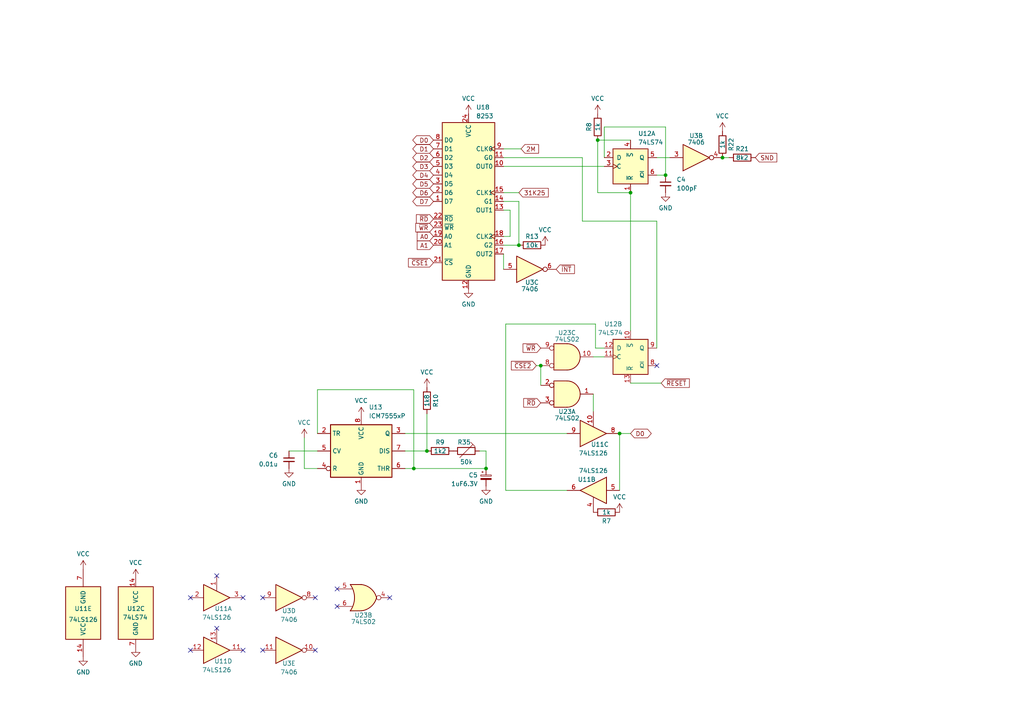
<source format=kicad_sch>
(kicad_sch (version 20230121) (generator eeschema)
  (paper "A4")
  (title_block (title "TIMER & SOUND") (date "2023-08-08"))
  (lib_symbols
    (symbol "74xx:74LS02" (pin_names (offset 1.016))
      (property "Reference" "U" (at 0 1.27 0))
      (property "Value" "74LS02" (at 0 -1.27 0))
      (symbol "74LS02_1_1"
        (arc (start -3.81 -3.81) (mid -2.589 0) (end -3.81 3.81) (stroke (width 0.254)))
        (arc (start -0.6096 -3.81) (mid 2.1842 -2.5851) (end 3.81 0) (stroke (width 0.254)) (fill (type background)))
        (polyline (pts (xy -3.81 -3.81) (xy -0.635 -3.81)) (stroke (width 0.254)) (fill (type background)))
        (polyline (pts (xy -3.81 3.81) (xy -0.635 3.81)) (stroke (width 0.254)) (fill (type background)))
        (polyline (pts (xy -0.635 3.81) (xy -3.81 3.81) (xy -3.81 3.81) (xy -3.556 3.4036) (xy -3.0226 2.2606) (xy -2.6924 1.0414) (xy -2.6162 -0.254) (xy -2.7686 -1.4986) (xy -3.175 -2.7178) (xy -3.81 -3.81) (xy -3.81 -3.81) (xy -0.635 -3.81)) (stroke (width -25.4)) (fill (type background)))
        (arc (start 3.81 0) (mid 2.1915 2.5936) (end -0.6096 3.81) (stroke (width 0.254)) (fill (type background)))
        (pin output inverted (at 7.62 0 180) (length 3.81) (name "~") (number "1"))
        (pin input line (at -7.62 2.54 0) (length 4.318) (name "~") (number "2"))
        (pin input line (at -7.62 -2.54 0) (length 4.318) (name "~") (number "3"))
      )
      (symbol "74LS02_1_2"
        (arc (start 0 -3.81) (mid 3.7934 0) (end 0 3.81) (stroke (width 0.254)) (fill (type background)))
        (polyline (pts (xy 0 3.81) (xy -3.81 3.81) (xy -3.81 -3.81) (xy 0 -3.81)) (stroke (width 0.254)) (fill (type background)))
        (pin output line (at 7.62 0 180) (length 3.81) (name "~") (number "1"))
        (pin input inverted (at -7.62 2.54 0) (length 3.81) (name "~") (number "2"))
        (pin input inverted (at -7.62 -2.54 0) (length 3.81) (name "~") (number "3"))
      )
      (symbol "74LS02_2_1"
        (arc (start -3.81 -3.81) (mid -2.589 0) (end -3.81 3.81) (stroke (width 0.254)))
        (arc (start -0.6096 -3.81) (mid 2.1842 -2.5851) (end 3.81 0) (stroke (width 0.254)) (fill (type background)))
        (polyline (pts (xy -3.81 -3.81) (xy -0.635 -3.81)) (stroke (width 0.254)) (fill (type background)))
        (polyline (pts (xy -3.81 3.81) (xy -0.635 3.81)) (stroke (width 0.254)) (fill (type background)))
        (polyline (pts (xy -0.635 3.81) (xy -3.81 3.81) (xy -3.81 3.81) (xy -3.556 3.4036) (xy -3.0226 2.2606) (xy -2.6924 1.0414) (xy -2.6162 -0.254) (xy -2.7686 -1.4986) (xy -3.175 -2.7178) (xy -3.81 -3.81) (xy -3.81 -3.81) (xy -0.635 -3.81)) (stroke (width -25.4)) (fill (type background)))
        (arc (start 3.81 0) (mid 2.1915 2.5936) (end -0.6096 3.81) (stroke (width 0.254)) (fill (type background)))
        (pin output inverted (at 7.62 0 180) (length 3.81) (name "~") (number "4"))
        (pin input line (at -7.62 2.54 0) (length 4.318) (name "~") (number "5"))
        (pin input line (at -7.62 -2.54 0) (length 4.318) (name "~") (number "6"))
      )
      (symbol "74LS02_2_2"
        (arc (start 0 -3.81) (mid 3.7934 0) (end 0 3.81) (stroke (width 0.254)) (fill (type background)))
        (polyline (pts (xy 0 3.81) (xy -3.81 3.81) (xy -3.81 -3.81) (xy 0 -3.81)) (stroke (width 0.254)) (fill (type background)))
        (pin output line (at 7.62 0 180) (length 3.81) (name "~") (number "4"))
        (pin input inverted (at -7.62 2.54 0) (length 3.81) (name "~") (number "5"))
        (pin input inverted (at -7.62 -2.54 0) (length 3.81) (name "~") (number "6"))
      )
      (symbol "74LS02_3_1"
        (arc (start -3.81 -3.81) (mid -2.589 0) (end -3.81 3.81) (stroke (width 0.254)))
        (arc (start -0.6096 -3.81) (mid 2.1842 -2.5851) (end 3.81 0) (stroke (width 0.254)) (fill (type background)))
        (polyline (pts (xy -3.81 -3.81) (xy -0.635 -3.81)) (stroke (width 0.254)) (fill (type background)))
        (polyline (pts (xy -3.81 3.81) (xy -0.635 3.81)) (stroke (width 0.254)) (fill (type background)))
        (polyline (pts (xy -0.635 3.81) (xy -3.81 3.81) (xy -3.81 3.81) (xy -3.556 3.4036) (xy -3.0226 2.2606) (xy -2.6924 1.0414) (xy -2.6162 -0.254) (xy -2.7686 -1.4986) (xy -3.175 -2.7178) (xy -3.81 -3.81) (xy -3.81 -3.81) (xy -0.635 -3.81)) (stroke (width -25.4)) (fill (type background)))
        (arc (start 3.81 0) (mid 2.1915 2.5936) (end -0.6096 3.81) (stroke (width 0.254)) (fill (type background)))
        (pin output inverted (at 7.62 0 180) (length 3.81) (name "~") (number "10"))
        (pin input line (at -7.62 2.54 0) (length 4.318) (name "~") (number "8"))
        (pin input line (at -7.62 -2.54 0) (length 4.318) (name "~") (number "9"))
      )
      (symbol "74LS02_3_2"
        (arc (start 0 -3.81) (mid 3.7934 0) (end 0 3.81) (stroke (width 0.254)) (fill (type background)))
        (polyline (pts (xy 0 3.81) (xy -3.81 3.81) (xy -3.81 -3.81) (xy 0 -3.81)) (stroke (width 0.254)) (fill (type background)))
        (pin output line (at 7.62 0 180) (length 3.81) (name "~") (number "10"))
        (pin input inverted (at -7.62 2.54 0) (length 3.81) (name "~") (number "8"))
        (pin input inverted (at -7.62 -2.54 0) (length 3.81) (name "~") (number "9"))
      )
      (symbol "74LS02_4_1"
        (arc (start -3.81 -3.81) (mid -2.589 0) (end -3.81 3.81) (stroke (width 0.254)))
        (arc (start -0.6096 -3.81) (mid 2.1842 -2.5851) (end 3.81 0) (stroke (width 0.254)) (fill (type background)))
        (polyline (pts (xy -3.81 -3.81) (xy -0.635 -3.81)) (stroke (width 0.254)) (fill (type background)))
        (polyline (pts (xy -3.81 3.81) (xy -0.635 3.81)) (stroke (width 0.254)) (fill (type background)))
        (polyline (pts (xy -0.635 3.81) (xy -3.81 3.81) (xy -3.81 3.81) (xy -3.556 3.4036) (xy -3.0226 2.2606) (xy -2.6924 1.0414) (xy -2.6162 -0.254) (xy -2.7686 -1.4986) (xy -3.175 -2.7178) (xy -3.81 -3.81) (xy -3.81 -3.81) (xy -0.635 -3.81)) (stroke (width -25.4)) (fill (type background)))
        (arc (start 3.81 0) (mid 2.1915 2.5936) (end -0.6096 3.81) (stroke (width 0.254)) (fill (type background)))
        (pin input line (at -7.62 2.54 0) (length 4.318) (name "~") (number "11"))
        (pin input line (at -7.62 -2.54 0) (length 4.318) (name "~") (number "12"))
        (pin output inverted (at 7.62 0 180) (length 3.81) (name "~") (number "13"))
      )
      (symbol "74LS02_4_2"
        (arc (start 0 -3.81) (mid 3.7934 0) (end 0 3.81) (stroke (width 0.254)) (fill (type background)))
        (polyline (pts (xy 0 3.81) (xy -3.81 3.81) (xy -3.81 -3.81) (xy 0 -3.81)) (stroke (width 0.254)) (fill (type background)))
        (pin input inverted (at -7.62 2.54 0) (length 3.81) (name "~") (number "11"))
        (pin input inverted (at -7.62 -2.54 0) (length 3.81) (name "~") (number "12"))
        (pin output line (at 7.62 0 180) (length 3.81) (name "~") (number "13"))
      )
      (symbol "74LS02_5_0"
        (pin power_in line (at 0 12.7 270) (length 5.08) (name "VCC") (number "14"))
        (pin power_in line (at 0 -12.7 90) (length 5.08) (name "GND") (number "7"))
      )
      (symbol "74LS02_5_1"
        (rectangle (start -5.08 7.62) (end 5.08 -7.62) (stroke (width 0.254)) (fill (type background)))
      )
    )
    (symbol "74xx:74LS06" (pin_names (offset 1.016))
      (property "Reference" "U" (at 0 1.27 0))
      (property "Value" "74LS06" (at 0 -1.27 0))
      (symbol "74LS06_1_0"
        (polyline (pts (xy -3.81 3.81) (xy -3.81 -3.81) (xy 3.81 0) (xy -3.81 3.81)) (stroke (width 0.254)) (fill (type background)))
        (pin input line (at -7.62 0 0) (length 3.81) (name "~") (number "1"))
        (pin open_collector inverted (at 7.62 0 180) (length 3.81) (name "~") (number "2"))
      )
      (symbol "74LS06_2_0"
        (polyline (pts (xy -3.81 3.81) (xy -3.81 -3.81) (xy 3.81 0) (xy -3.81 3.81)) (stroke (width 0.254)) (fill (type background)))
        (pin input line (at -7.62 0 0) (length 3.81) (name "~") (number "3"))
        (pin open_collector inverted (at 7.62 0 180) (length 3.81) (name "~") (number "4"))
      )
      (symbol "74LS06_3_0"
        (polyline (pts (xy -3.81 3.81) (xy -3.81 -3.81) (xy 3.81 0) (xy -3.81 3.81)) (stroke (width 0.254)) (fill (type background)))
        (pin input line (at -7.62 0 0) (length 3.81) (name "~") (number "5"))
        (pin open_collector inverted (at 7.62 0 180) (length 3.81) (name "~") (number "6"))
      )
      (symbol "74LS06_4_0"
        (polyline (pts (xy -3.81 3.81) (xy -3.81 -3.81) (xy 3.81 0) (xy -3.81 3.81)) (stroke (width 0.254)) (fill (type background)))
        (pin open_collector inverted (at 7.62 0 180) (length 3.81) (name "~") (number "8"))
        (pin input line (at -7.62 0 0) (length 3.81) (name "~") (number "9"))
      )
      (symbol "74LS06_5_0"
        (polyline (pts (xy -3.81 3.81) (xy -3.81 -3.81) (xy 3.81 0) (xy -3.81 3.81)) (stroke (width 0.254)) (fill (type background)))
        (pin open_collector inverted (at 7.62 0 180) (length 3.81) (name "~") (number "10"))
        (pin input line (at -7.62 0 0) (length 3.81) (name "~") (number "11"))
      )
      (symbol "74LS06_6_0"
        (polyline (pts (xy -3.81 3.81) (xy -3.81 -3.81) (xy 3.81 0) (xy -3.81 3.81)) (stroke (width 0.254)) (fill (type background)))
        (pin open_collector inverted (at 7.62 0 180) (length 3.81) (name "~") (number "12"))
        (pin input line (at -7.62 0 0) (length 3.81) (name "~") (number "13"))
      )
      (symbol "74LS06_7_0"
        (pin power_in line (at 0 12.7 270) (length 5.08) (name "VCC") (number "14"))
        (pin power_in line (at 0 -12.7 90) (length 5.08) (name "GND") (number "7"))
      )
      (symbol "74LS06_7_1"
        (rectangle (start -5.08 7.62) (end 5.08 -7.62) (stroke (width 0.254)) (fill (type background)))
      )
    )
    (symbol "74xx:74LS126" (pin_names (offset 1.016))
      (property "Reference" "U" (at 0 1.27 0))
      (property "Value" "74LS126" (at 0 -1.27 0))
      (symbol "74LS126_1_0"
        (polyline (pts (xy -3.81 3.81) (xy -3.81 -3.81) (xy 3.81 0) (xy -3.81 3.81)) (stroke (width 0.254)) (fill (type background)))
        (pin input line (at 0 -6.35 90) (length 4.445) (name "~") (number "1"))
        (pin input line (at -7.62 0 0) (length 3.81) (name "~") (number "2"))
        (pin tri_state line (at 7.62 0 180) (length 3.81) (name "~") (number "3"))
      )
      (symbol "74LS126_2_0"
        (polyline (pts (xy -3.81 3.81) (xy -3.81 -3.81) (xy 3.81 0) (xy -3.81 3.81)) (stroke (width 0.254)) (fill (type background)))
        (pin input line (at 0 -6.35 90) (length 4.445) (name "~") (number "4"))
        (pin input line (at -7.62 0 0) (length 3.81) (name "~") (number "5"))
        (pin tri_state line (at 7.62 0 180) (length 3.81) (name "~") (number "6"))
      )
      (symbol "74LS126_3_0"
        (polyline (pts (xy -3.81 3.81) (xy -3.81 -3.81) (xy 3.81 0) (xy -3.81 3.81)) (stroke (width 0.254)) (fill (type background)))
        (pin input line (at 0 -6.35 90) (length 4.445) (name "~") (number "10"))
        (pin tri_state line (at 7.62 0 180) (length 3.81) (name "~") (number "8"))
        (pin input line (at -7.62 0 0) (length 3.81) (name "~") (number "9"))
      )
      (symbol "74LS126_4_0"
        (polyline (pts (xy -3.81 3.81) (xy -3.81 -3.81) (xy 3.81 0) (xy -3.81 3.81)) (stroke (width 0.254)) (fill (type background)))
        (pin tri_state line (at 7.62 0 180) (length 3.81) (name "~") (number "11"))
        (pin input line (at -7.62 0 0) (length 3.81) (name "~") (number "12"))
        (pin input line (at 0 -6.35 90) (length 4.445) (name "~") (number "13"))
      )
      (symbol "74LS126_5_0"
        (pin power_in line (at 0 12.7 270) (length 5.08) (name "VCC") (number "14"))
        (pin power_in line (at 0 -12.7 90) (length 5.08) (name "GND") (number "7"))
      )
      (symbol "74LS126_5_1"
        (rectangle (start -5.08 7.62) (end 5.08 -7.62) (stroke (width 0.254)) (fill (type background)))
      )
    )
    (symbol "74xx:74LS74" (pin_names (offset 1.016))
      (property "Reference" "U" (at -7.62 8.89 0))
      (property "Value" "74LS74" (at -7.62 -8.89 0))
      (symbol "74LS74_1_0"
        (pin input line (at 0 -7.62 90) (length 2.54) (name "~{R}") (number "1"))
        (pin input line (at -7.62 2.54 0) (length 2.54) (name "D") (number "2"))
        (pin input clock (at -7.62 0 0) (length 2.54) (name "C") (number "3"))
        (pin input line (at 0 7.62 270) (length 2.54) (name "~{S}") (number "4"))
        (pin output line (at 7.62 2.54 180) (length 2.54) (name "Q") (number "5"))
        (pin output line (at 7.62 -2.54 180) (length 2.54) (name "~{Q}") (number "6"))
      )
      (symbol "74LS74_1_1"
        (rectangle (start -5.08 5.08) (end 5.08 -5.08) (stroke (width 0.254)) (fill (type background)))
      )
      (symbol "74LS74_2_0"
        (pin input line (at 0 7.62 270) (length 2.54) (name "~{S}") (number "10"))
        (pin input clock (at -7.62 0 0) (length 2.54) (name "C") (number "11"))
        (pin input line (at -7.62 2.54 0) (length 2.54) (name "D") (number "12"))
        (pin input line (at 0 -7.62 90) (length 2.54) (name "~{R}") (number "13"))
        (pin output line (at 7.62 -2.54 180) (length 2.54) (name "~{Q}") (number "8"))
        (pin output line (at 7.62 2.54 180) (length 2.54) (name "Q") (number "9"))
      )
      (symbol "74LS74_2_1"
        (rectangle (start -5.08 5.08) (end 5.08 -5.08) (stroke (width 0.254)) (fill (type background)))
      )
      (symbol "74LS74_3_0"
        (pin power_in line (at 0 10.16 270) (length 2.54) (name "VCC") (number "14"))
        (pin power_in line (at 0 -10.16 90) (length 2.54) (name "GND") (number "7"))
      )
      (symbol "74LS74_3_1"
        (rectangle (start -5.08 7.62) (end 5.08 -7.62) (stroke (width 0.254)) (fill (type background)))
      )
    )
    (symbol "Device:C_Polarized_Small" (pin_numbers hide) (pin_names (offset 0.254) hide)
      (property "Reference" "C" (at 0.254 1.778 0))
      (property "Value" "C_Polarized_Small" (at 0.254 -2.032 0))
      (symbol "C_Polarized_Small_0_1"
        (rectangle (start -1.524 -0.3048) (end 1.524 -0.6858) (fill (type outline)))
        (rectangle (start -1.524 0.6858) (end 1.524 0.3048))
        (polyline (pts (xy -1.27 1.524) (xy -0.762 1.524)))
        (polyline (pts (xy -1.016 1.27) (xy -1.016 1.778)))
      )
      (symbol "C_Polarized_Small_1_1"
        (pin passive line (at 0 2.54 270) (length 1.8542) (name "~") (number "1"))
        (pin passive line (at 0 -2.54 90) (length 1.8542) (name "~") (number "2"))
      )
    )
    (symbol "Device:C_Small" (pin_numbers hide) (pin_names (offset 0.254) hide)
      (property "Reference" "C" (at 0.254 1.778 0))
      (property "Value" "C_Small" (at 0.254 -2.032 0))
      (symbol "C_Small_0_1"
        (polyline (pts (xy -1.524 -0.508) (xy 1.524 -0.508)) (stroke (width 0.3302)))
        (polyline (pts (xy -1.524 0.508) (xy 1.524 0.508)) (stroke (width 0.3048)))
      )
      (symbol "C_Small_1_1"
        (pin passive line (at 0 2.54 270) (length 2.032) (name "~") (number "1"))
        (pin passive line (at 0 -2.54 90) (length 2.032) (name "~") (number "2"))
      )
    )
    (symbol "Device:R" (pin_numbers hide) (pin_names (offset 0))
      (property "Reference" "R" (at 2.032 0 90))
      (property "Value" "R" (at 0 0 90))
      (symbol "R_0_1"
        (rectangle (start -1.016 -2.54) (end 1.016 2.54) (stroke (width 0.254)))
      )
      (symbol "R_1_1"
        (pin passive line (at 0 3.81 270) (length 1.27) (name "~") (number "1"))
        (pin passive line (at 0 -3.81 90) (length 1.27) (name "~") (number "2"))
      )
    )
    (symbol "Device:R_Trim" (pin_numbers hide) (pin_names (offset 0))
      (property "Reference" "R" (at 2.54 -2.54 90))
      (property "Value" "R_Trim" (at -2.54 -0.635 90))
      (symbol "R_Trim_0_1"
        (rectangle (start -1.016 -2.54) (end 1.016 2.54) (stroke (width 0.254)))
        (polyline (pts (xy -1.905 -1.905) (xy 1.905 1.905) (xy 2.54 1.27) (xy 1.27 2.54)))
      )
      (symbol "R_Trim_1_1"
        (pin passive line (at 0 3.81 270) (length 1.27) (name "~") (number "1"))
        (pin passive line (at 0 -3.81 90) (length 1.27) (name "~") (number "2"))
      )
    )
    (symbol "Timer:8253"
      (property "Reference" "U" (at -5.08 24.13 0))
      (property "Value" "8253" (at 2.54 24.13 0))
      (symbol "8253_0_1"
        (rectangle (start -7.62 -22.86) (end 7.62 22.86) (stroke (width 0.254)) (fill (type background)))
      )
      (symbol "8253_1_1"
        (pin bidirectional line (at -10.16 0 0) (length 2.54) (name "D7") (number "1"))
        (pin output line (at 10.16 10.16 180) (length 2.54) (name "OUT0") (number "10"))
        (pin input line (at 10.16 12.7 180) (length 2.54) (name "G0") (number "11"))
        (pin power_in line (at 0 -25.4 90) (length 2.54) (name "GND") (number "12"))
        (pin output line (at 10.16 -2.54 180) (length 2.54) (name "OUT1") (number "13"))
        (pin input line (at 10.16 0 180) (length 2.54) (name "G1") (number "14"))
        (pin input clock (at 10.16 2.54 180) (length 2.54) (name "CLK1") (number "15"))
        (pin input line (at 10.16 -12.7 180) (length 2.54) (name "G2") (number "16"))
        (pin output line (at 10.16 -15.24 180) (length 2.54) (name "OUT2") (number "17"))
        (pin input clock (at 10.16 -10.16 180) (length 2.54) (name "CLK2") (number "18"))
        (pin input line (at -10.16 -10.16 0) (length 2.54) (name "A0") (number "19"))
        (pin bidirectional line (at -10.16 2.54 0) (length 2.54) (name "D6") (number "2"))
        (pin input line (at -10.16 -12.7 0) (length 2.54) (name "A1") (number "20"))
        (pin input line (at -10.16 -17.78 0) (length 2.54) (name "~{CS}") (number "21"))
        (pin input line (at -10.16 -5.08 0) (length 2.54) (name "~{RD}") (number "22"))
        (pin input line (at -10.16 -7.62 0) (length 2.54) (name "~{WR}") (number "23"))
        (pin power_in line (at 0 25.4 270) (length 2.54) (name "VCC") (number "24"))
        (pin bidirectional line (at -10.16 5.08 0) (length 2.54) (name "D5") (number "3"))
        (pin bidirectional line (at -10.16 7.62 0) (length 2.54) (name "D4") (number "4"))
        (pin bidirectional line (at -10.16 10.16 0) (length 2.54) (name "D3") (number "5"))
        (pin bidirectional line (at -10.16 12.7 0) (length 2.54) (name "D2") (number "6"))
        (pin bidirectional line (at -10.16 15.24 0) (length 2.54) (name "D1") (number "7"))
        (pin bidirectional line (at -10.16 17.78 0) (length 2.54) (name "D0") (number "8"))
        (pin input clock (at 10.16 15.24 180) (length 2.54) (name "CLK0") (number "9"))
      )
    )
    (symbol "Timer:ICM7555xP"
      (property "Reference" "U" (at -10.16 8.89 0))
      (property "Value" "ICM7555xP" (at 2.54 8.89 0))
      (symbol "ICM7555xP_0_0"
        (pin power_in line (at 0 -10.16 90) (length 2.54) (name "GND") (number "1"))
        (pin power_in line (at 0 10.16 270) (length 2.54) (name "VCC") (number "8"))
      )
      (symbol "ICM7555xP_0_1"
        (rectangle (start -8.89 -7.62) (end 8.89 7.62) (stroke (width 0.254)) (fill (type background)))
        (rectangle (start -8.89 -7.62) (end 8.89 7.62) (stroke (width 0.254)) (fill (type background)))
      )
      (symbol "ICM7555xP_1_1"
        (pin input line (at -12.7 5.08 0) (length 3.81) (name "TR") (number "2"))
        (pin output line (at 12.7 5.08 180) (length 3.81) (name "Q") (number "3"))
        (pin input inverted (at -12.7 -5.08 0) (length 3.81) (name "R") (number "4"))
        (pin input line (at -12.7 0 0) (length 3.81) (name "CV") (number "5"))
        (pin input line (at 12.7 -5.08 180) (length 3.81) (name "THR") (number "6"))
        (pin input line (at 12.7 0 180) (length 3.81) (name "DIS") (number "7"))
      )
    )
    (symbol "power:GND" (power) (pin_names (offset 0))
      (property "Value" "GND" (at 0 -3.81 0))
      (symbol "GND_0_1"
        (polyline (pts (xy 0 0) (xy 0 -1.27) (xy 1.27 -1.27) (xy 0 -2.54) (xy -1.27 -1.27) (xy 0 -1.27)))
      )
      (symbol "GND_1_1"
        (pin power_in line (at 0 0 270) (length 0) hide (name "GND") (number "1"))
      )
    )
    (symbol "power:VCC" (power) (pin_names (offset 0))
      (property "Value" "VCC" (at 0 3.81 0))
      (symbol "VCC_0_1"
        (polyline (pts (xy -0.762 1.27) (xy 0 2.54)))
        (polyline (pts (xy 0 0) (xy 0 2.54)))
        (polyline (pts (xy 0 2.54) (xy 0.762 1.27)))
      )
      (symbol "VCC_1_1"
        (pin power_in line (at 0 0 90) (length 0) hide (name "VCC") (number "1"))
      )
    )
  )
  (junction (at 150.495 71.12))
  (junction (at 193.04 50.8))
  (junction (at 120.015 135.89))
  (junction (at 123.825 130.81))
  (junction (at 156.845 106.045))
  (junction (at 182.88 55.88))
  (junction (at 173.355 40.64))
  (junction (at 140.97 135.89))
  (junction (at 209.55 45.72))
  (junction (at 179.705 125.73))
  (no_connect (at 91.44 188.595))
  (no_connect (at 97.79 175.895))
  (no_connect (at 70.485 173.355))
  (no_connect (at 62.865 182.245))
  (no_connect (at 113.03 173.355))
  (no_connect (at 62.865 167.005))
  (no_connect (at 55.245 188.595))
  (no_connect (at 190.5 106.045))
  (no_connect (at 55.245 173.355))
  (no_connect (at 76.2 188.595))
  (no_connect (at 97.79 170.815))
  (no_connect (at 91.44 173.355))
  (no_connect (at 76.2 173.355))
  (no_connect (at 70.485 188.595))
  (wire (pts (xy 146.05 58.42) (xy 150.495 58.42)))
  (wire (pts (xy 120.015 135.89) (xy 117.475 135.89)))
  (wire (pts (xy 172.085 114.3) (xy 172.085 119.38)))
  (wire (pts (xy 190.5 45.72) (xy 194.31 45.72)))
  (wire (pts (xy 123.825 120.015) (xy 123.825 130.81)))
  (wire (pts (xy 172.085 103.505) (xy 175.26 103.505)))
  (wire (pts (xy 117.475 125.73) (xy 164.465 125.73)))
  (wire (pts (xy 147.955 60.96) (xy 146.05 60.96)))
  (wire (pts (xy 190.5 64.135) (xy 190.5 100.965)))
  (wire (pts (xy 88.265 135.89) (xy 92.075 135.89)))
  (wire (pts (xy 146.05 55.88) (xy 150.495 55.88)))
  (wire (pts (xy 83.82 130.81) (xy 92.075 130.81)))
  (wire (pts (xy 92.075 125.73) (xy 92.075 113.03)))
  (wire (pts (xy 92.075 113.03) (xy 120.015 113.03)))
  (wire (pts (xy 146.685 93.98) (xy 172.72 93.98)))
  (wire (pts (xy 179.705 125.73) (xy 179.705 142.24)))
  (wire (pts (xy 140.97 135.89) (xy 140.97 130.81)))
  (wire (pts (xy 150.495 71.12) (xy 146.05 71.12)))
  (wire (pts (xy 146.05 73.66) (xy 146.05 78.105)))
  (wire (pts (xy 147.955 68.58) (xy 147.955 60.96)))
  (wire (pts (xy 120.015 113.03) (xy 120.015 135.89)))
  (wire (pts (xy 182.88 55.88) (xy 182.88 95.885)))
  (wire (pts (xy 146.05 43.18) (xy 151.13 43.18)))
  (wire (pts (xy 175.26 36.83) (xy 193.04 36.83)))
  (wire (pts (xy 193.04 36.83) (xy 193.04 50.8)))
  (wire (pts (xy 173.355 55.88) (xy 173.355 40.64)))
  (wire (pts (xy 173.355 40.64) (xy 182.88 40.64)))
  (wire (pts (xy 146.685 142.24) (xy 146.685 93.98)))
  (wire (pts (xy 193.04 50.8) (xy 190.5 50.8)))
  (wire (pts (xy 150.495 58.42) (xy 150.495 71.12)))
  (wire (pts (xy 120.015 135.89) (xy 140.97 135.89)))
  (wire (pts (xy 172.72 100.965) (xy 175.26 100.965)))
  (wire (pts (xy 182.88 111.125) (xy 191.77 111.125)))
  (wire (pts (xy 168.91 64.135) (xy 190.5 64.135)))
  (wire (pts (xy 209.55 45.72) (xy 211.455 45.72)))
  (wire (pts (xy 155.575 106.045) (xy 156.845 106.045)))
  (wire (pts (xy 168.91 45.72) (xy 168.91 64.135)))
  (wire (pts (xy 139.065 130.81) (xy 140.97 130.81)))
  (wire (pts (xy 164.465 142.24) (xy 146.685 142.24)))
  (wire (pts (xy 146.05 48.26) (xy 175.26 48.26)))
  (wire (pts (xy 175.26 45.72) (xy 175.26 36.83)))
  (wire (pts (xy 88.265 127) (xy 88.265 135.89)))
  (wire (pts (xy 179.705 125.73) (xy 182.88 125.73)))
  (wire (pts (xy 117.475 130.81) (xy 123.825 130.81)))
  (wire (pts (xy 182.88 55.88) (xy 173.355 55.88)))
  (wire (pts (xy 146.05 68.58) (xy 147.955 68.58)))
  (wire (pts (xy 146.05 45.72) (xy 168.91 45.72)))
  (wire (pts (xy 172.72 93.98) (xy 172.72 100.965)))
  (wire (pts (xy 156.845 106.045) (xy 156.845 111.76)))
  (global_label "~{RESET}" (shape input) (at 191.77 111.125 0) (property "Intersheetrefs" "${INTERSHEET_REFS}" (effects hide)))
  (global_label "D5" (shape bidirectional) (at 125.73 53.34 180) (property "Intersheetrefs" "${INTERSHEET_REFS}" (effects hide)))
  (global_label "~{WR}" (shape input) (at 125.73 66.04 180) (property "Intersheetrefs" "${INTERSHEET_REFS}" (effects hide)))
  (global_label "~{RD}" (shape input) (at 125.73 63.5 180) (property "Intersheetrefs" "${INTERSHEET_REFS}" (effects hide)))
  (global_label "D6" (shape bidirectional) (at 125.73 55.88 180) (property "Intersheetrefs" "${INTERSHEET_REFS}" (effects hide)))
  (global_label "D4" (shape bidirectional) (at 125.73 50.8 180) (property "Intersheetrefs" "${INTERSHEET_REFS}" (effects hide)))
  (global_label "D1" (shape bidirectional) (at 125.73 43.18 180) (property "Intersheetrefs" "${INTERSHEET_REFS}" (effects hide)))
  (global_label "~{CSE2}" (shape input) (at 155.575 106.045 180) (property "Intersheetrefs" "${INTERSHEET_REFS}" (effects hide)))
  (global_label "SND" (shape input) (at 219.075 45.72 0) (property "Intersheetrefs" "${INTERSHEET_REFS}" (effects hide)))
  (global_label "~{CSE1}" (shape input) (at 125.73 76.2 180) (property "Intersheetrefs" "${INTERSHEET_REFS}" (effects hide)))
  (global_label "A0" (shape input) (at 125.73 68.58 180) (property "Intersheetrefs" "${INTERSHEET_REFS}" (effects hide)))
  (global_label "A1" (shape input) (at 125.73 71.12 180) (property "Intersheetrefs" "${INTERSHEET_REFS}" (effects hide)))
  (global_label "~{RD}" (shape input) (at 156.845 116.84 180) (property "Intersheetrefs" "${INTERSHEET_REFS}" (effects hide)))
  (global_label "D0" (shape bidirectional) (at 125.73 40.64 180) (property "Intersheetrefs" "${INTERSHEET_REFS}" (effects hide)))
  (global_label "D2" (shape bidirectional) (at 125.73 45.72 180) (property "Intersheetrefs" "${INTERSHEET_REFS}" (effects hide)))
  (global_label "D7" (shape bidirectional) (at 125.73 58.42 180) (property "Intersheetrefs" "${INTERSHEET_REFS}" (effects hide)))
  (global_label "~{WR}" (shape input) (at 156.845 100.965 180) (property "Intersheetrefs" "${INTERSHEET_REFS}" (effects hide)))
  (global_label "31K25" (shape input) (at 150.495 55.88 0) (property "Intersheetrefs" "${INTERSHEET_REFS}" (effects hide)))
  (global_label "2M" (shape input) (at 151.13 43.18 0) (property "Intersheetrefs" "${INTERSHEET_REFS}" (effects hide)))
  (global_label "D3" (shape bidirectional) (at 125.73 48.26 180) (property "Intersheetrefs" "${INTERSHEET_REFS}" (effects hide)))
  (global_label "D0" (shape bidirectional) (at 182.88 125.73 0) (property "Intersheetrefs" "${INTERSHEET_REFS}" (effects hide)))
  (global_label "~{INT}" (shape input) (at 161.29 78.105 0) (property "Intersheetrefs" "${INTERSHEET_REFS}" (effects hide)))
  (symbol (lib_id "power:VCC") (at 104.775 120.65 0) (unit 1)
    (property "Reference" "#PWR0223" (effects hide))
    (property "Value" "VCC" (at 104.775 116.205 0))
  )
  (symbol (lib_id "Device:R") (at 173.355 36.83 180) (unit 1)
    (property "Reference" "R8" (at 170.815 36.83 90))
    (property "Value" "1k" (at 173.355 36.83 90))
  )
  (symbol (lib_id "Device:R") (at 123.825 116.205 180) (unit 1)
    (property "Reference" "R10" (at 126.365 116.205 90))
    (property "Value" "1k8" (at 123.825 116.205 90))
  )
  (symbol (lib_id "Timer:ICM7555xP") (at 104.775 130.81 0) (unit 1)
    (property "Reference" "U13" (at 106.9691 118.11 0) (effects (justify left)))
    (property "Value" "ICM7555xP" (at 106.9691 120.65 0) (effects (justify left)))
    (property "Footprint" "Package_DIP:DIP-8_W7.62mm" (effects hide))
    (property "Datasheet" "http://www.intersil.com/content/dam/Intersil/documents/icm7/icm7555-56.pdf" (effects hide))
  )
  (symbol (lib_id "Device:R") (at 154.305 71.12 90) (unit 1)
    (property "Reference" "R13" (at 154.305 68.58 90))
    (property "Value" "10k" (at 154.305 71.12 90))
  )
  (symbol (lib_id "Device:R") (at 209.55 41.91 180) (unit 1)
    (property "Reference" "R22" (at 212.09 41.91 90))
    (property "Value" "1k" (at 209.55 41.91 90))
  )
  (symbol (lib_id "power:VCC") (at 88.265 127 0) (unit 1)
    (property "Reference" "#PWR0228" (effects hide))
    (property "Value" "VCC" (at 88.265 122.555 0))
  )
  (symbol (lib_id "power:VCC") (at 179.705 148.59 0) (unit 1)
    (property "Reference" "#PWR0222" (effects hide))
    (property "Value" "VCC" (at 179.705 144.145 0))
  )
  (symbol (lib_id "Device:C_Polarized_Small") (at 140.97 138.43 0) (unit 1)
    (property "Reference" "C5" (at 135.89 137.795 0) (effects (justify left)))
    (property "Value" "1uF6.3V" (at 130.81 140.335 0) (effects (justify left)))
  )
  (symbol (lib_id "power:VCC") (at 135.89 33.02 0) (unit 1)
    (property "Reference" "#PWR0217" (effects hide))
    (property "Value" "VCC" (at 135.89 28.575 0))
  )
  (symbol (lib_id "74xx:74LS74") (at 39.37 177.8 0) (unit 3)
    (property "Reference" "U12" (at 36.83 176.53 0) (effects (justify left)))
    (property "Value" "74LS74" (at 35.56 179.07 0) (effects (justify left)))
    (property "Footprint" "Package_DIP:DIP-14_W7.62mm" (effects hide))
    (property "Datasheet" "74xx/74hc_hct74.pdf" (effects hide))
  )
  (symbol (lib_id "power:VCC") (at 123.825 112.395 0) (unit 1)
    (property "Reference" "#PWR0226" (effects hide))
    (property "Value" "VCC" (at 123.825 107.95 0))
  )
  (symbol (lib_id "power:VCC") (at 24.13 165.1 0) (unit 1)
    (property "Reference" "#PWR0235" (effects hide))
    (property "Value" "VCC" (at 24.13 160.655 0))
  )
  (symbol (lib_id "power:GND") (at 140.97 140.97 0) (unit 1)
    (property "Reference" "#PWR0227" (effects hide))
    (property "Value" "GND" (at 140.97 145.415 0))
  )
  (symbol (lib_id "74xx:74LS06") (at 83.82 188.595 0) (mirror x) (unit 5)
    (property "Reference" "U3" (at 83.82 192.405 0))
    (property "Value" "7406" (at 83.82 194.945 0))
    (property "Footprint" "Package_DIP:DIP-14_W7.62mm" (effects hide))
    (property "Datasheet" "http://www.ti.com/lit/gpn/sn74LS06" (effects hide))
  )
  (symbol (lib_id "power:VCC") (at 158.115 71.12 0) (unit 1)
    (property "Reference" "#PWR0218" (effects hide))
    (property "Value" "VCC" (at 158.115 66.675 0))
  )
  (symbol (lib_id "Timer:8253") (at 135.89 58.42 0) (unit 1)
    (property "Reference" "U18" (at 138.0841 31.115 0) (effects (justify left)))
    (property "Value" "8253" (at 138.0841 33.655 0) (effects (justify left)))
    (property "Footprint" "Package_DIP:DIP-24_W15.24mm" (effects hide))
    (property "Datasheet" "http://www.cpcwiki.eu/imgs/e/e3/8253.pdf" (effects hide))
  )
  (symbol (lib_id "power:GND") (at 24.13 190.5 0) (unit 1)
    (property "Reference" "#PWR0236" (effects hide))
    (property "Value" "GND" (at 24.13 194.945 0))
  )
  (symbol (lib_id "Device:C_Small") (at 83.82 133.35 0) (mirror y) (unit 1)
    (property "Reference" "C6" (at 80.645 132.0863 0) (effects (justify left)))
    (property "Value" "0.01u" (at 80.645 134.6263 0) (effects (justify left)))
  )
  (symbol (lib_id "power:VCC") (at 173.355 33.02 0) (unit 1)
    (property "Reference" "#PWR0219" (effects hide))
    (property "Value" "VCC" (at 173.355 28.575 0))
  )
  (symbol (lib_id "74xx:74LS02") (at 105.41 173.355 0) (unit 2)
    (property "Reference" "U23" (at 105.41 178.435 0))
    (property "Value" "74LS02" (at 105.41 180.34 0))
    (property "Footprint" "Package_DIP:DIP-14_W7.62mm" (effects hide))
    (property "Datasheet" "http://www.ti.com/lit/gpn/sn74ls02" (effects hide))
  )
  (symbol (lib_id "Device:R_Trim") (at 135.255 130.81 270) (mirror x) (unit 1)
    (property "Reference" "R35" (at 134.62 128.27 90))
    (property "Value" "50k" (at 135.255 133.985 90))
  )
  (symbol (lib_id "74xx:74LS126") (at 24.13 177.8 0) (mirror x) (unit 5)
    (property "Reference" "U11" (at 24.13 176.53 0))
    (property "Value" "74LS126" (at 24.13 179.705 0))
    (property "Footprint" "Package_DIP:DIP-14_W7.62mm" (effects hide))
    (property "Datasheet" "http://www.ti.com/lit/gpn/sn74LS126" (effects hide))
  )
  (symbol (lib_id "74xx:74LS126") (at 62.865 173.355 0) (mirror x) (unit 1)
    (property "Reference" "U11" (at 64.77 176.53 0))
    (property "Value" "74LS126" (at 62.865 179.07 0))
    (property "Footprint" "Package_DIP:DIP-14_W7.62mm" (effects hide))
    (property "Datasheet" "http://www.ti.com/lit/gpn/sn74LS126" (effects hide))
  )
  (symbol (lib_id "74xx:74LS74") (at 182.88 103.505 0) (unit 2)
    (property "Reference" "U12" (at 175.26 93.98 0) (effects (justify left)))
    (property "Value" "74LS74" (at 173.355 96.52 0) (effects (justify left)))
    (property "Footprint" "Package_DIP:DIP-14_W7.62mm" (effects hide))
    (property "Datasheet" "74xx/74hc_hct74.pdf" (effects hide))
  )
  (symbol (lib_id "74xx:74LS74") (at 182.88 48.26 0) (unit 1)
    (property "Reference" "U12" (at 185.0741 38.735 0) (effects (justify left)))
    (property "Value" "74LS74" (at 185.0741 41.275 0) (effects (justify left)))
    (property "Footprint" "Package_DIP:DIP-14_W7.62mm" (effects hide))
    (property "Datasheet" "74xx/74hc_hct74.pdf" (effects hide))
  )
  (symbol (lib_id "74xx:74LS02") (at 164.465 103.505 0) (mirror x) (unit 3) (convert 2)
    (property "Reference" "U23" (at 164.465 96.52 0))
    (property "Value" "74LS02" (at 164.465 98.425 0))
    (property "Footprint" "Package_DIP:DIP-14_W7.62mm" (effects hide))
    (property "Datasheet" "http://www.ti.com/lit/gpn/sn74ls02" (effects hide))
  )
  (symbol (lib_id "power:GND") (at 193.04 55.88 0) (unit 1)
    (property "Reference" "#PWR0221" (effects hide))
    (property "Value" "GND" (at 193.04 60.325 0))
  )
  (symbol (lib_id "power:GND") (at 104.775 140.97 0) (unit 1)
    (property "Reference" "#PWR0224" (effects hide))
    (property "Value" "GND" (at 104.775 145.415 0))
  )
  (symbol (lib_id "74xx:74LS06") (at 83.82 173.355 0) (mirror x) (unit 4)
    (property "Reference" "U3" (at 83.82 177.165 0))
    (property "Value" "7406" (at 83.82 179.705 0))
    (property "Footprint" "Package_DIP:DIP-14_W7.62mm" (effects hide))
    (property "Datasheet" "http://www.ti.com/lit/gpn/sn74LS06" (effects hide))
  )
  (symbol (lib_id "74xx:74LS126") (at 62.865 188.595 0) (mirror x) (unit 4)
    (property "Reference" "U11" (at 64.77 191.77 0))
    (property "Value" "74LS126" (at 62.865 194.31 0))
    (property "Footprint" "Package_DIP:DIP-14_W7.62mm" (effects hide))
    (property "Datasheet" "http://www.ti.com/lit/gpn/sn74LS126" (effects hide))
  )
  (symbol (lib_id "power:VCC") (at 209.55 38.1 0) (unit 1)
    (property "Reference" "#PWR0220" (effects hide))
    (property "Value" "VCC" (at 209.55 33.655 0))
  )
  (symbol (lib_id "74xx:74LS06") (at 201.93 45.72 0) (mirror x) (unit 2)
    (property "Reference" "U3" (at 201.93 39.37 0))
    (property "Value" "7406" (at 201.93 41.275 0))
    (property "Footprint" "Package_DIP:DIP-14_W7.62mm" (effects hide))
    (property "Datasheet" "http://www.ti.com/lit/gpn/sn74LS06" (effects hide))
  )
  (symbol (lib_id "Device:R") (at 175.895 148.59 90) (unit 1)
    (property "Reference" "R7" (at 175.895 151.13 90))
    (property "Value" "1k" (at 175.895 148.59 90))
  )
  (symbol (lib_id "power:GND") (at 135.89 83.82 0) (unit 1)
    (property "Reference" "#PWR0216" (effects hide))
    (property "Value" "GND" (at 135.89 88.265 0))
  )
  (symbol (lib_id "Device:R") (at 127.635 130.81 270) (unit 1)
    (property "Reference" "R9" (at 127.635 128.27 90))
    (property "Value" "1k2" (at 127.635 130.81 90))
  )
  (symbol (lib_id "74xx:74LS126") (at 172.085 125.73 0) (mirror x) (unit 3)
    (property "Reference" "U11" (at 173.99 128.905 0))
    (property "Value" "74LS126" (at 172.085 131.445 0))
    (property "Footprint" "Package_DIP:DIP-14_W7.62mm" (effects hide))
    (property "Datasheet" "http://www.ti.com/lit/gpn/sn74LS126" (effects hide))
  )
  (symbol (lib_id "74xx:74LS126") (at 172.085 142.24 0) (mirror y) (unit 2)
    (property "Reference" "U11" (at 170.18 139.065 0))
    (property "Value" "74LS126" (at 172.085 136.525 0))
    (property "Footprint" "Package_DIP:DIP-14_W7.62mm" (effects hide))
    (property "Datasheet" "http://www.ti.com/lit/gpn/sn74LS126" (effects hide))
  )
  (symbol (lib_id "Device:R") (at 215.265 45.72 90) (unit 1)
    (property "Reference" "R21" (at 215.265 43.18 90))
    (property "Value" "8k2" (at 215.265 45.72 90))
  )
  (symbol (lib_id "power:VCC") (at 39.37 167.64 0) (unit 1)
    (property "Reference" "#PWR0243" (effects hide))
    (property "Value" "VCC" (at 39.37 163.195 0))
  )
  (symbol (lib_id "Device:C_Small") (at 193.04 53.34 0) (unit 1)
    (property "Reference" "C4" (at 196.215 52.0763 0) (effects (justify left)))
    (property "Value" "100pF" (at 196.215 54.6163 0) (effects (justify left)))
  )
  (symbol (lib_id "power:GND") (at 39.37 187.96 0) (unit 1)
    (property "Reference" "#PWR0244" (effects hide))
    (property "Value" "GND" (at 39.37 192.405 0))
  )
  (symbol (lib_id "74xx:74LS06") (at 153.67 78.105 0) (mirror x) (unit 3)
    (property "Reference" "U3" (at 154.305 81.915 0))
    (property "Value" "7406" (at 153.67 83.82 0))
    (property "Footprint" "Package_DIP:DIP-14_W7.62mm" (effects hide))
    (property "Datasheet" "http://www.ti.com/lit/gpn/sn74LS06" (effects hide))
  )
  (symbol (lib_id "74xx:74LS02") (at 164.465 114.3 0) (unit 1) (convert 2)
    (property "Reference" "U23" (at 164.465 119.38 0))
    (property "Value" "74LS02" (at 164.465 121.285 0))
    (property "Footprint" "Package_DIP:DIP-14_W7.62mm" (effects hide))
    (property "Datasheet" "http://www.ti.com/lit/gpn/sn74ls02" (effects hide))
  )
  (symbol (lib_id "power:GND") (at 83.82 135.89 0) (unit 1)
    (property "Reference" "#PWR0225" (effects hide))
    (property "Value" "GND" (at 83.82 140.335 0))
  )
)
</source>
